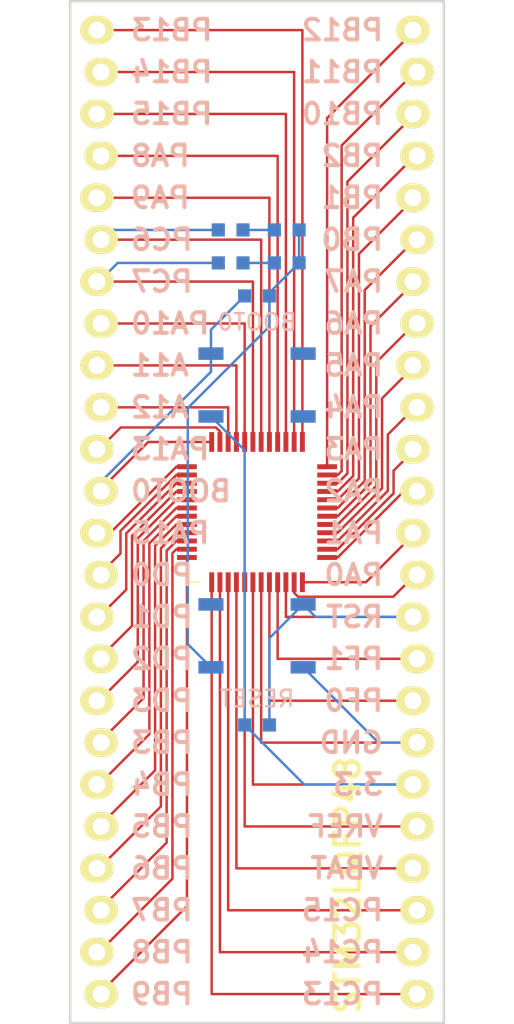
<source format=kicad_pcb>
(kicad_pcb (version 4) (host pcbnew 4.0.7-e2-6376~58~ubuntu16.04.1)

  (general
    (links 0)
    (no_connects 0)
    (area 137.014999 67.314999 168.585001 129.685001)
    (thickness 1.6)
    (drawings 54)
    (tracks 220)
    (zones 0)
    (modules 11)
    (nets 1)
  )

  (page A4)
  (layers
    (0 F.Cu signal)
    (31 B.Cu signal)
    (32 B.Adhes user)
    (33 F.Adhes user)
    (34 B.Paste user)
    (35 F.Paste user)
    (36 B.SilkS user)
    (37 F.SilkS user)
    (38 B.Mask user)
    (39 F.Mask user)
    (40 Dwgs.User user)
    (41 Cmts.User user)
    (42 Eco1.User user)
    (43 Eco2.User user)
    (44 Edge.Cuts user)
    (45 Margin user)
    (46 B.CrtYd user)
    (47 F.CrtYd user)
    (48 B.Fab user)
    (49 F.Fab user)
  )

  (setup
    (last_trace_width 0.15)
    (user_trace_width 0.15)
    (user_trace_width 0.2)
    (trace_clearance 0.2)
    (zone_clearance 0.508)
    (zone_45_only no)
    (trace_min 0.15)
    (segment_width 0.2)
    (edge_width 0.15)
    (via_size 0.6)
    (via_drill 0.4)
    (via_min_size 0.4)
    (via_min_drill 0.3)
    (uvia_size 0.3)
    (uvia_drill 0.1)
    (uvias_allowed no)
    (uvia_min_size 0.2)
    (uvia_min_drill 0.1)
    (pcb_text_width 0.3)
    (pcb_text_size 1.5 1.5)
    (mod_edge_width 0.15)
    (mod_text_size 1 1)
    (mod_text_width 0.15)
    (pad_size 2.032 1.7272)
    (pad_drill 1.016)
    (pad_to_mask_clearance 0.2)
    (aux_axis_origin 0 0)
    (visible_elements FFFFFF7F)
    (pcbplotparams
      (layerselection 0x00030_80000001)
      (usegerberextensions false)
      (excludeedgelayer true)
      (linewidth 0.150000)
      (plotframeref false)
      (viasonmask false)
      (mode 1)
      (useauxorigin false)
      (hpglpennumber 1)
      (hpglpenspeed 20)
      (hpglpendiameter 15)
      (hpglpenoverlay 2)
      (psnegative false)
      (psa4output false)
      (plotreference true)
      (plotvalue true)
      (plotinvisibletext false)
      (padsonsilk false)
      (subtractmaskfromsilk false)
      (outputformat 1)
      (mirror false)
      (drillshape 1)
      (scaleselection 1)
      (outputdirectory ""))
  )

  (net 0 "")

  (net_class Default "This is the default net class."
    (clearance 0.2)
    (trace_width 0.25)
    (via_dia 0.6)
    (via_drill 0.4)
    (uvia_dia 0.3)
    (uvia_drill 0.1)
  )

  (module 00my_modules:LQFP48 (layer F.Cu) (tedit 5C5E63A7) (tstamp 5C5E57CF)
    (at 152.8 98.5)
    (descr LQFP-48)
    (tags "smd lqfp")
    (attr smd)
    (fp_text reference "" (at 0 -4.3) (layer F.SilkS)
      (effects (font (size 1 1) (thickness 0.15)))
    )
    (fp_text value "" (at -1.5 -3) (layer F.Fab)
      (effects (font (size 0.5 0.5) (thickness 0.01)))
    )
    (fp_text user STM32 (at 0 -1) (layer F.Fab)
      (effects (font (size 0.8 0.8) (thickness 0.1)))
    )
    (fp_text user LQFP48 (at 0 1) (layer F.Fab)
      (effects (font (size 0.8 0.8) (thickness 0.1)))
    )
    (fp_line (start -4.25 4.25) (end -3.5 4.25) (layer F.SilkS) (width 0.1))
    (fp_line (start -4.25 4.25) (end -4.25 3.5) (layer F.SilkS) (width 0.1))
    (fp_line (start -12 0) (end 12 0) (layer F.CrtYd) (width 0.01))
    (fp_line (start 0 -12) (end 0 12) (layer F.CrtYd) (width 0.01))
    (fp_line (start -3.65 3.65) (end 3.65 3.65) (layer F.CrtYd) (width 0.01))
    (fp_line (start -4.85 4.85) (end 4.85 4.85) (layer F.CrtYd) (width 0.01))
    (fp_line (start -2.9 -8) (end -2.9 8) (layer F.CrtYd) (width 0.01))
    (fp_line (start 2.9 -8) (end 2.9 8) (layer F.CrtYd) (width 0.01))
    (fp_line (start 3.65 -3.65) (end 3.65 3.65) (layer F.CrtYd) (width 0.01))
    (fp_line (start 4.85 -4.85) (end 4.85 4.85) (layer F.CrtYd) (width 0.01))
    (fp_line (start -8 -2.9) (end 8 -2.9) (layer F.CrtYd) (width 0.01))
    (fp_line (start -8 2.9) (end 8 2.9) (layer F.CrtYd) (width 0.01))
    (fp_line (start -3.65 -3.65) (end 3.65 -3.65) (layer F.CrtYd) (width 0.01))
    (fp_line (start -4.85 -4.85) (end 4.85 -4.85) (layer F.CrtYd) (width 0.01))
    (fp_line (start -3.65 -3.65) (end -3.65 3.65) (layer F.CrtYd) (width 0.01))
    (fp_line (start -4.85 -4.85) (end -4.85 4.85) (layer F.CrtYd) (width 0.01))
    (pad 1 smd rect (at -2.75 4.25) (size 0.3 1.2) (layers F.Cu F.Paste F.Mask))
    (pad 2 smd rect (at -2.25 4.25) (size 0.3 1.2) (layers F.Cu F.Paste F.Mask))
    (pad 3 smd rect (at -1.75 4.25) (size 0.3 1.2) (layers F.Cu F.Paste F.Mask))
    (pad 4 smd rect (at -1.25 4.25) (size 0.3 1.2) (layers F.Cu F.Paste F.Mask))
    (pad 5 smd rect (at -0.75 4.25) (size 0.3 1.2) (layers F.Cu F.Paste F.Mask))
    (pad 6 smd rect (at -0.25 4.25) (size 0.3 1.2) (layers F.Cu F.Paste F.Mask))
    (pad 7 smd rect (at 0.25 4.25) (size 0.3 1.2) (layers F.Cu F.Paste F.Mask))
    (pad 8 smd rect (at 0.75 4.25) (size 0.3 1.2) (layers F.Cu F.Paste F.Mask))
    (pad 9 smd rect (at 1.25 4.25) (size 0.3 1.2) (layers F.Cu F.Paste F.Mask))
    (pad 10 smd rect (at 1.75 4.25) (size 0.3 1.2) (layers F.Cu F.Paste F.Mask))
    (pad 11 smd rect (at 2.25 4.25) (size 0.3 1.2) (layers F.Cu F.Paste F.Mask))
    (pad 12 smd rect (at 2.75 4.25) (size 0.3 1.2) (layers F.Cu F.Paste F.Mask))
    (pad 24 smd rect (at 4.25 -2.75) (size 1.2 0.3) (layers F.Cu F.Paste F.Mask))
    (pad 23 smd rect (at 4.25 -2.25) (size 1.2 0.3) (layers F.Cu F.Paste F.Mask))
    (pad 22 smd rect (at 4.25 -1.75) (size 1.2 0.3) (layers F.Cu F.Paste F.Mask))
    (pad 21 smd rect (at 4.25 -1.25) (size 1.2 0.3) (layers F.Cu F.Paste F.Mask))
    (pad 20 smd rect (at 4.25 -0.75) (size 1.2 0.3) (layers F.Cu F.Paste F.Mask))
    (pad 19 smd rect (at 4.25 -0.25) (size 1.2 0.3) (layers F.Cu F.Paste F.Mask))
    (pad 18 smd rect (at 4.25 0.25) (size 1.2 0.3) (layers F.Cu F.Paste F.Mask))
    (pad 17 smd rect (at 4.25 0.75) (size 1.2 0.3) (layers F.Cu F.Paste F.Mask))
    (pad 16 smd rect (at 4.25 1.25) (size 1.2 0.3) (layers F.Cu F.Paste F.Mask))
    (pad 15 smd rect (at 4.25 1.75) (size 1.2 0.3) (layers F.Cu F.Paste F.Mask))
    (pad 14 smd rect (at 4.25 2.25) (size 1.2 0.3) (layers F.Cu F.Paste F.Mask))
    (pad 13 smd rect (at 4.25 2.75) (size 1.2 0.3) (layers F.Cu F.Paste F.Mask))
    (pad 36 smd rect (at -2.75 -4.25) (size 0.3 1.2) (layers F.Cu F.Paste F.Mask))
    (pad 35 smd rect (at -2.25 -4.25) (size 0.3 1.2) (layers F.Cu F.Paste F.Mask))
    (pad 34 smd rect (at -1.75 -4.25) (size 0.3 1.2) (layers F.Cu F.Paste F.Mask))
    (pad 33 smd rect (at -1.25 -4.25) (size 0.3 1.2) (layers F.Cu F.Paste F.Mask))
    (pad 32 smd rect (at -0.75 -4.25) (size 0.3 1.2) (layers F.Cu F.Paste F.Mask))
    (pad 31 smd rect (at -0.25 -4.25) (size 0.3 1.2) (layers F.Cu F.Paste F.Mask))
    (pad 30 smd rect (at 0.25 -4.25) (size 0.3 1.2) (layers F.Cu F.Paste F.Mask))
    (pad 29 smd rect (at 0.75 -4.25) (size 0.3 1.2) (layers F.Cu F.Paste F.Mask))
    (pad 28 smd rect (at 1.25 -4.25) (size 0.3 1.2) (layers F.Cu F.Paste F.Mask))
    (pad 27 smd rect (at 1.75 -4.25) (size 0.3 1.2) (layers F.Cu F.Paste F.Mask))
    (pad 26 smd rect (at 2.25 -4.25) (size 0.3 1.2) (layers F.Cu F.Paste F.Mask))
    (pad 25 smd rect (at 2.75 -4.25) (size 0.3 1.2) (layers F.Cu F.Paste F.Mask))
    (pad 37 smd rect (at -4.25 -2.75) (size 1.2 0.3) (layers F.Cu F.Paste F.Mask))
    (pad 38 smd rect (at -4.25 -2.25) (size 1.2 0.3) (layers F.Cu F.Paste F.Mask))
    (pad 39 smd rect (at -4.25 -1.75) (size 1.2 0.3) (layers F.Cu F.Paste F.Mask))
    (pad 40 smd rect (at -4.25 -1.25) (size 1.2 0.3) (layers F.Cu F.Paste F.Mask))
    (pad 41 smd rect (at -4.25 -0.75) (size 1.2 0.3) (layers F.Cu F.Paste F.Mask))
    (pad 42 smd rect (at -4.25 -0.25) (size 1.2 0.3) (layers F.Cu F.Paste F.Mask))
    (pad 43 smd rect (at -4.25 0.25) (size 1.2 0.3) (layers F.Cu F.Paste F.Mask))
    (pad 44 smd rect (at -4.25 0.75) (size 1.2 0.3) (layers F.Cu F.Paste F.Mask))
    (pad 45 smd rect (at -4.25 1.25) (size 1.2 0.3) (layers F.Cu F.Paste F.Mask))
    (pad 46 smd rect (at -4.25 1.75) (size 1.2 0.3) (layers F.Cu F.Paste F.Mask))
    (pad 47 smd rect (at -4.25 2.25) (size 1.2 0.3) (layers F.Cu F.Paste F.Mask))
    (pad 48 smd rect (at -4.25 2.75) (size 1.2 0.3) (layers F.Cu F.Paste F.Mask))
  )

  (module 00my_modules:header1x24wiggle (layer F.Cu) (tedit 5C5E649C) (tstamp 5C5E60C7)
    (at 162.38 98.5)
    (descr "Through hole pin header")
    (tags "pin header")
    (fp_text reference "" (at 0 -2.4) (layer F.SilkS)
      (effects (font (size 0.5 0.5) (thickness 0.01)))
    )
    (fp_text value "" (at 0 -3.1) (layer F.Fab)
      (effects (font (size 0.5 0.5) (thickness 0.01)))
    )
    (fp_line (start -1.75 -30.96) (end -1.75 30.96) (layer F.CrtYd) (width 0.05))
    (fp_line (start 1.75 -30.96) (end 1.75 30.96) (layer F.CrtYd) (width 0.05))
    (fp_line (start -1.75 -30.96) (end 1.75 -30.96) (layer F.CrtYd) (width 0.05))
    (fp_line (start -1.75 30.96) (end 1.75 30.96) (layer F.CrtYd) (width 0.05))
    (fp_line (start -6 -30.96) (end 6 -30.96) (layer F.CrtYd) (width 0.01))
    (fp_line (start -6 -29.21) (end 6 -29.21) (layer F.CrtYd) (width 0.01))
    (fp_line (start -6 0) (end 6 0) (layer F.CrtYd) (width 0.01))
    (fp_line (start -6 29.21) (end 6 29.21) (layer F.CrtYd) (width 0.01))
    (fp_line (start -6 30.96) (end 6 30.96) (layer F.CrtYd) (width 0.01))
    (pad 24 thru_hole oval (at -0.127 -29.21) (size 2.032 1.7272) (drill 1.016) (layers *.Cu *.Mask F.SilkS))
    (pad 23 thru_hole oval (at  0.127 -26.67) (size 2.032 1.7272) (drill 1.016) (layers *.Cu *.Mask F.SilkS))
    (pad 22 thru_hole oval (at -0.127 -24.13) (size 2.032 1.7272) (drill 1.016) (layers *.Cu *.Mask F.SilkS))
    (pad 21 thru_hole oval (at  0.127 -21.59) (size 2.032 1.7272) (drill 1.016) (layers *.Cu *.Mask F.SilkS))
    (pad 20 thru_hole oval (at -0.127 -19.05) (size 2.032 1.7272) (drill 1.016) (layers *.Cu *.Mask F.SilkS))
    (pad 19 thru_hole oval (at  0.127 -16.51) (size 2.032 1.7272) (drill 1.016) (layers *.Cu *.Mask F.SilkS))
    (pad 18 thru_hole oval (at -0.127 -13.97) (size 2.032 1.7272) (drill 1.016) (layers *.Cu *.Mask F.SilkS))
    (pad 17 thru_hole oval (at  0.127 -11.43) (size 2.032 1.7272) (drill 1.016) (layers *.Cu *.Mask F.SilkS))
    (pad 16 thru_hole oval (at -0.127 -8.89) (size 2.032 1.7272) (drill 1.016) (layers *.Cu *.Mask F.SilkS))
    (pad 15 thru_hole oval (at  0.127 -6.35) (size 2.032 1.7272) (drill 1.016) (layers *.Cu *.Mask F.SilkS))
    (pad 14 thru_hole oval (at -0.127 -3.81) (size 2.032 1.7272) (drill 1.016) (layers *.Cu *.Mask F.SilkS))
    (pad 13 thru_hole oval (at  0.127 -1.27) (size 2.032 1.7272) (drill 1.016) (layers *.Cu *.Mask F.SilkS))
    (pad 12 thru_hole oval (at -0.127 1.27) (size 2.032 1.7272) (drill 1.016) (layers *.Cu *.Mask F.SilkS))
    (pad 11 thru_hole oval (at  0.127 3.81) (size 2.032 1.7272) (drill 1.016) (layers *.Cu *.Mask F.SilkS))
    (pad 10 thru_hole oval (at -0.127 6.35) (size 2.032 1.7272) (drill 1.016) (layers *.Cu *.Mask F.SilkS))
    (pad  9 thru_hole oval (at  0.127 8.89) (size 2.032 1.7272) (drill 1.016) (layers *.Cu *.Mask F.SilkS))
    (pad  8 thru_hole oval (at -0.127 11.43) (size 2.032 1.7272) (drill 1.016) (layers *.Cu *.Mask F.SilkS))
    (pad  7 thru_hole oval (at  0.127 13.97) (size 2.032 1.7272) (drill 1.016) (layers *.Cu *.Mask F.SilkS))
    (pad  6 thru_hole oval (at -0.127 16.51) (size 2.032 1.7272) (drill 1.016) (layers *.Cu *.Mask F.SilkS))
    (pad  5 thru_hole oval (at  0.127 19.05) (size 2.032 1.7272) (drill 1.016) (layers *.Cu *.Mask F.SilkS))
    (pad  4 thru_hole oval (at -0.127 21.59) (size 2.032 1.7272) (drill 1.016) (layers *.Cu *.Mask F.SilkS))
    (pad  3 thru_hole oval (at  0.127 24.13) (size 2.032 1.7272) (drill 1.016) (layers *.Cu *.Mask F.SilkS))
    (pad  2 thru_hole oval (at -0.127 26.67) (size 2.032 1.7272) (drill 1.016) (layers *.Cu *.Mask F.SilkS))
    (pad  1 thru_hole oval (at  0.127 29.21) (size 2.032 1.7272) (drill 1.016) (layers *.Cu *.Mask F.SilkS))
  )

  (module 00my_modules:header1x24wiggle (layer F.Cu) (tedit 5C5E64BA) (tstamp 5C5E61D1)
    (at 143.22 98.5)
    (descr "Through hole pin header")
    (tags "pin header")
    (fp_text reference "" (at 0 -2.4) (layer F.SilkS)
      (effects (font (size 0.5 0.5) (thickness 0.01)))
    )
    (fp_text value "" (at 0 -3.1) (layer F.Fab)
      (effects (font (size 0.5 0.5) (thickness 0.01)))
    )
    (fp_line (start -1.75 -30.96) (end -1.75 30.96) (layer F.CrtYd) (width 0.05))
    (fp_line (start 1.75 -30.96) (end 1.75 30.96) (layer F.CrtYd) (width 0.05))
    (fp_line (start -1.75 -30.96) (end 1.75 -30.96) (layer F.CrtYd) (width 0.05))
    (fp_line (start -1.75 30.96) (end 1.75 30.96) (layer F.CrtYd) (width 0.05))
    (fp_line (start -6 -30.96) (end 6 -30.96) (layer F.CrtYd) (width 0.01))
    (fp_line (start -6 -29.21) (end 6 -29.21) (layer F.CrtYd) (width 0.01))
    (fp_line (start -6 0) (end 6 0) (layer F.CrtYd) (width 0.01))
    (fp_line (start -6 29.21) (end 6 29.21) (layer F.CrtYd) (width 0.01))
    (fp_line (start -6 30.96) (end 6 30.96) (layer F.CrtYd) (width 0.01))
    (pad 25 thru_hole oval (at -0.127 -29.21) (size 2.032 1.7272) (drill 1.016) (layers *.Cu *.Mask F.SilkS))
    (pad 26 thru_hole oval (at  0.127 -26.67) (size 2.032 1.7272) (drill 1.016) (layers *.Cu *.Mask F.SilkS))
    (pad 27 thru_hole oval (at -0.127 -24.13) (size 2.032 1.7272) (drill 1.016) (layers *.Cu *.Mask F.SilkS))
    (pad 28 thru_hole oval (at  0.127 -21.59) (size 2.032 1.7272) (drill 1.016) (layers *.Cu *.Mask F.SilkS))
    (pad 29 thru_hole oval (at -0.127 -19.05) (size 2.032 1.7272) (drill 1.016) (layers *.Cu *.Mask F.SilkS))
    (pad 30 thru_hole oval (at  0.127 -16.51) (size 2.032 1.7272) (drill 1.016) (layers *.Cu *.Mask F.SilkS))
    (pad 31 thru_hole oval (at -0.127 -13.97) (size 2.032 1.7272) (drill 1.016) (layers *.Cu *.Mask F.SilkS))
    (pad 32 thru_hole oval (at  0.127 -11.43) (size 2.032 1.7272) (drill 1.016) (layers *.Cu *.Mask F.SilkS))
    (pad 33 thru_hole oval (at -0.127 -8.89) (size 2.032 1.7272) (drill 1.016) (layers *.Cu *.Mask F.SilkS))
    (pad 34 thru_hole oval (at  0.127 -6.35) (size 2.032 1.7272) (drill 1.016) (layers *.Cu *.Mask F.SilkS))
    (pad 35 thru_hole oval (at -0.127 -3.81) (size 2.032 1.7272) (drill 1.016) (layers *.Cu *.Mask F.SilkS))
    (pad 36 thru_hole oval (at  0.127 -1.27) (size 2.032 1.7272) (drill 1.016) (layers *.Cu *.Mask F.SilkS))
    (pad 37 thru_hole oval (at -0.127 1.27) (size 2.032 1.7272) (drill 1.016) (layers *.Cu *.Mask F.SilkS))
    (pad 38 thru_hole oval (at  0.127 3.81) (size 2.032 1.7272) (drill 1.016) (layers *.Cu *.Mask F.SilkS))
    (pad 39 thru_hole oval (at -0.127 6.35) (size 2.032 1.7272) (drill 1.016) (layers *.Cu *.Mask F.SilkS))
    (pad 40 thru_hole oval (at  0.127 8.89) (size 2.032 1.7272) (drill 1.016) (layers *.Cu *.Mask F.SilkS))
    (pad 41 thru_hole oval (at -0.127 11.43) (size 2.032 1.7272) (drill 1.016) (layers *.Cu *.Mask F.SilkS))
    (pad 42 thru_hole oval (at  0.127 13.97) (size 2.032 1.7272) (drill 1.016) (layers *.Cu *.Mask F.SilkS))
    (pad 43 thru_hole oval (at -0.127 16.51) (size 2.032 1.7272) (drill 1.016) (layers *.Cu *.Mask F.SilkS))
    (pad 44 thru_hole oval (at  0.127 19.05) (size 2.032 1.7272) (drill 1.016) (layers *.Cu *.Mask F.SilkS))
    (pad 45 thru_hole oval (at -0.127 21.59) (size 2.032 1.7272) (drill 1.016) (layers *.Cu *.Mask F.SilkS))
    (pad 46 thru_hole oval (at  0.127 24.13) (size 2.032 1.7272) (drill 1.016) (layers *.Cu *.Mask F.SilkS))
    (pad 47 thru_hole oval (at -0.127 26.67) (size 2.032 1.7272) (drill 1.016) (layers *.Cu *.Mask F.SilkS))
    (pad 48 thru_hole oval (at  0.127 29.21) (size 2.032 1.7272) (drill 1.016) (layers *.Cu *.Mask F.SilkS))
  )

  (module 00my_modules:BUTTON4_SMD (layer B.Cu) (tedit 5C5E5E4D) (tstamp 5C5E7B97)
    (at 152.8 106)
    (descr button4_smd)
    (tags "SPST button tactile switch")
    (fp_text reference RESET (at 0 3.81) (layer B.SilkS)
      (effects (font (size 1 1) (thickness 0.15)) (justify mirror))
    )
    (fp_text value "" (at 0 -3.81) (layer B.Fab)
      (effects (font (size 1 1) (thickness 0.15)) (justify mirror))
    )
    (fp_line (start -1.54 2.54) (end -2.54 1.54) (layer B.Fab) (width 0.2032))
    (fp_line (start -2.54 1.24) (end -2.54 -1.27) (layer B.Fab) (width 0.2032))
    (fp_line (start -2.54 -1.54) (end -1.54 -2.54) (layer B.Fab) (width 0.2032))
    (fp_line (start -1.54 -2.54) (end 1.54 -2.54) (layer B.Fab) (width 0.2032))
    (fp_line (start 1.54 -2.54) (end 2.54 -1.54) (layer B.Fab) (width 0.2032))
    (fp_line (start 2.54 -1.24) (end 2.54 1.24) (layer B.Fab) (width 0.2032))
    (fp_line (start 2.54 1.54) (end 1.54 2.54) (layer B.Fab) (width 0.2032))
    (fp_line (start 1.54 2.54) (end -1.54 2.54) (layer B.Fab) (width 0.2032))
    (fp_line (start 1.905 -1.27) (end 1.905 -0.445) (layer B.Fab) (width 0.127))
    (fp_line (start 1.905 -0.445) (end 2.16 0.01) (layer B.Fab) (width 0.127))
    (fp_line (start 1.905 0.23) (end 1.905 1.115) (layer B.Fab) (width 0.127))
    (fp_circle (center 0 0) (end 0 -1.27) (layer B.Fab) (width 0.2032))
    (pad 1 smd rect (at -2.794 -1.905) (size 1.524 0.762) (layers B.Cu B.Paste B.Mask))
    (pad 2 smd rect (at 2.794 -1.905) (size 1.524 0.762) (layers B.Cu B.Paste B.Mask))
    (pad 3 smd rect (at -2.794 1.905) (size 1.524 0.762) (layers B.Cu B.Paste B.Mask))
    (pad 4 smd rect (at 2.794 1.905) (size 1.524 0.762) (layers B.Cu B.Paste B.Mask))
  )

  (module 00my_modules:BUTTON4_SMD (layer B.Cu) (tedit 5C5E5E3C) (tstamp 5C5E7BBE)
    (at 152.8 90.8 180)
    (descr button4_smd)
    (tags "SPST button tactile switch")
    (fp_text reference BOOT0 (at 0 3.81 180) (layer B.SilkS)
      (effects (font (size 1 1) (thickness 0.15)) (justify mirror))
    )
    (fp_text value "" (at 0 -3.81 180) (layer B.Fab)
      (effects (font (size 1 1) (thickness 0.15)) (justify mirror))
    )
    (fp_line (start -1.54 2.54) (end -2.54 1.54) (layer B.Fab) (width 0.2032))
    (fp_line (start -2.54 1.24) (end -2.54 -1.27) (layer B.Fab) (width 0.2032))
    (fp_line (start -2.54 -1.54) (end -1.54 -2.54) (layer B.Fab) (width 0.2032))
    (fp_line (start -1.54 -2.54) (end 1.54 -2.54) (layer B.Fab) (width 0.2032))
    (fp_line (start 1.54 -2.54) (end 2.54 -1.54) (layer B.Fab) (width 0.2032))
    (fp_line (start 2.54 -1.24) (end 2.54 1.24) (layer B.Fab) (width 0.2032))
    (fp_line (start 2.54 1.54) (end 1.54 2.54) (layer B.Fab) (width 0.2032))
    (fp_line (start 1.54 2.54) (end -1.54 2.54) (layer B.Fab) (width 0.2032))
    (fp_line (start 1.905 -1.27) (end 1.905 -0.445) (layer B.Fab) (width 0.127))
    (fp_line (start 1.905 -0.445) (end 2.16 0.01) (layer B.Fab) (width 0.127))
    (fp_line (start 1.905 0.23) (end 1.905 1.115) (layer B.Fab) (width 0.127))
    (fp_circle (center 0 0) (end 0 -1.27) (layer B.Fab) (width 0.2032))
    (pad 1 smd rect (at -2.794 -1.905 180) (size 1.524 0.762) (layers B.Cu B.Paste B.Mask))
    (pad 2 smd rect (at 2.794 -1.905 180) (size 1.524 0.762) (layers B.Cu B.Paste B.Mask))
    (pad 3 smd rect (at -2.794 1.905 180) (size 1.524 0.762) (layers B.Cu B.Paste B.Mask))
    (pad 4 smd rect (at 2.794 1.905 180) (size 1.524 0.762) (layers B.Cu B.Paste B.Mask))
  )

  (module 00my_modules:R_0603 (layer B.Cu) (tedit 5415CC62) (tstamp 5C5E822C)
    (at 152.8 111.4)
    (descr R0603)
    (tags "resistor capacitor led 0603")
    (attr smd)
    (fp_text reference "" (at 0 0) (layer B.SilkS)
      (effects (font (size 0.5 0.5) (thickness 0.1)) (justify mirror))
    )
    (fp_text value R (at 0 0) (layer B.Fab)
      (effects (font (size 0.5 0.5) (thickness 0.01)) (justify mirror))
    )
    (fp_line (start -1.2 0.45) (end 1.2 0.45) (layer B.CrtYd) (width 0.01))
    (fp_line (start -1.2 -0.45) (end 1.2 -0.45) (layer B.CrtYd) (width 0.01))
    (fp_line (start -1.2 0.45) (end -1.2 -0.45) (layer B.CrtYd) (width 0.01))
    (fp_line (start 1.2 0.45) (end 1.2 -0.45) (layer B.CrtYd) (width 0.01))
    (pad 1 smd rect (at -0.75 0) (size 0.8 0.8) (layers B.Cu B.Paste B.Mask))
    (pad 2 smd rect (at 0.75 0) (size 0.8 0.8) (layers B.Cu B.Paste B.Mask))
  )

  (module 00my_modules:R_0603 (layer B.Cu) (tedit 5415CC62) (tstamp 5C5E8257)
    (at 152.8 85.4)
    (descr R0603)
    (tags "resistor capacitor led 0603")
    (attr smd)
    (fp_text reference "" (at 0 0) (layer B.SilkS)
      (effects (font (size 0.5 0.5) (thickness 0.1)) (justify mirror))
    )
    (fp_text value R (at 0 0) (layer B.Fab)
      (effects (font (size 0.5 0.5) (thickness 0.01)) (justify mirror))
    )
    (fp_line (start -1.2 0.45) (end 1.2 0.45) (layer B.CrtYd) (width 0.01))
    (fp_line (start -1.2 -0.45) (end 1.2 -0.45) (layer B.CrtYd) (width 0.01))
    (fp_line (start -1.2 0.45) (end -1.2 -0.45) (layer B.CrtYd) (width 0.01))
    (fp_line (start 1.2 0.45) (end 1.2 -0.45) (layer B.CrtYd) (width 0.01))
    (pad 1 smd rect (at -0.75 0) (size 0.8 0.8) (layers B.Cu B.Paste B.Mask))
    (pad 2 smd rect (at 0.75 0) (size 0.8 0.8) (layers B.Cu B.Paste B.Mask))
  )

  (module 00my_modules:R_0603 (layer B.Cu) (tedit 5415CC62) (tstamp 5C5E82C0)
    (at 151.2 83.4)
    (descr R0603)
    (tags "resistor capacitor led 0603")
    (attr smd)
    (fp_text reference "" (at 0 0) (layer B.SilkS)
      (effects (font (size 0.5 0.5) (thickness 0.1)) (justify mirror))
    )
    (fp_text value R (at 0 0) (layer B.Fab)
      (effects (font (size 0.5 0.5) (thickness 0.01)) (justify mirror))
    )
    (fp_line (start -1.2 0.45) (end 1.2 0.45) (layer B.CrtYd) (width 0.01))
    (fp_line (start -1.2 -0.45) (end 1.2 -0.45) (layer B.CrtYd) (width 0.01))
    (fp_line (start -1.2 0.45) (end -1.2 -0.45) (layer B.CrtYd) (width 0.01))
    (fp_line (start 1.2 0.45) (end 1.2 -0.45) (layer B.CrtYd) (width 0.01))
    (pad 1 smd rect (at -0.75 0) (size 0.8 0.8) (layers B.Cu B.Paste B.Mask))
    (pad 2 smd rect (at 0.75 0) (size 0.8 0.8) (layers B.Cu B.Paste B.Mask))
  )

  (module 00my_modules:R_0603 (layer B.Cu) (tedit 5415CC62) (tstamp 5C5E82D3)
    (at 151.2 81.4)
    (descr R0603)
    (tags "resistor capacitor led 0603")
    (attr smd)
    (fp_text reference "" (at 0 0) (layer B.SilkS)
      (effects (font (size 0.5 0.5) (thickness 0.1)) (justify mirror))
    )
    (fp_text value R (at 0 0) (layer B.Fab)
      (effects (font (size 0.5 0.5) (thickness 0.01)) (justify mirror))
    )
    (fp_line (start -1.2 0.45) (end 1.2 0.45) (layer B.CrtYd) (width 0.01))
    (fp_line (start -1.2 -0.45) (end 1.2 -0.45) (layer B.CrtYd) (width 0.01))
    (fp_line (start -1.2 0.45) (end -1.2 -0.45) (layer B.CrtYd) (width 0.01))
    (fp_line (start 1.2 0.45) (end 1.2 -0.45) (layer B.CrtYd) (width 0.01))
    (pad 1 smd rect (at -0.75 0) (size 0.8 0.8) (layers B.Cu B.Paste B.Mask))
    (pad 2 smd rect (at 0.75 0) (size 0.8 0.8) (layers B.Cu B.Paste B.Mask))
  )

  (module 00my_modules:R_0603 (layer B.Cu) (tedit 5415CC62) (tstamp 5C5E82E6)
    (at 154.6 83.4)
    (descr R0603)
    (tags "resistor capacitor led 0603")
    (attr smd)
    (fp_text reference "" (at 0 0) (layer B.SilkS)
      (effects (font (size 0.5 0.5) (thickness 0.1)) (justify mirror))
    )
    (fp_text value R (at 0 0) (layer B.Fab)
      (effects (font (size 0.5 0.5) (thickness 0.01)) (justify mirror))
    )
    (fp_line (start -1.2 0.45) (end 1.2 0.45) (layer B.CrtYd) (width 0.01))
    (fp_line (start -1.2 -0.45) (end 1.2 -0.45) (layer B.CrtYd) (width 0.01))
    (fp_line (start -1.2 0.45) (end -1.2 -0.45) (layer B.CrtYd) (width 0.01))
    (fp_line (start 1.2 0.45) (end 1.2 -0.45) (layer B.CrtYd) (width 0.01))
    (pad 1 smd rect (at -0.75 0) (size 0.8 0.8) (layers B.Cu B.Paste B.Mask))
    (pad 2 smd rect (at 0.75 0) (size 0.8 0.8) (layers B.Cu B.Paste B.Mask))
  )

  (module 00my_modules:R_0603 (layer B.Cu) (tedit 5415CC62) (tstamp 5C5E82F9)
    (at 154.6 81.4)
    (descr R0603)
    (tags "resistor capacitor led 0603")
    (attr smd)
    (fp_text reference "" (at 0 0) (layer B.SilkS)
      (effects (font (size 0.5 0.5) (thickness 0.1)) (justify mirror))
    )
    (fp_text value R (at 0 0) (layer B.Fab)
      (effects (font (size 0.5 0.5) (thickness 0.01)) (justify mirror))
    )
    (fp_line (start -1.2 0.45) (end 1.2 0.45) (layer B.CrtYd) (width 0.01))
    (fp_line (start -1.2 -0.45) (end 1.2 -0.45) (layer B.CrtYd) (width 0.01))
    (fp_line (start -1.2 0.45) (end -1.2 -0.45) (layer B.CrtYd) (width 0.01))
    (fp_line (start 1.2 0.45) (end 1.2 -0.45) (layer B.CrtYd) (width 0.01))
    (pad 1 smd rect (at -0.75 0) (size 0.8 0.8) (layers B.Cu B.Paste B.Mask))
    (pad 2 smd rect (at 0.75 0) (size 0.8 0.8) (layers B.Cu B.Paste B.Mask))
  )

  (gr_text STM32LQFP48 (at 158.3 121.125 90) (layer F.SilkS)
    (effects (font (size 1.5 1.5) (thickness 0.3)))
  )
  (gr_text PC13 (at 160.58 127.71) (layer B.SilkS)
    (effects (font (size 1.25 1.25) (thickness 0.25)) (justify left mirror))
  )
  (gr_text PC14 (at 160.58 125.17) (layer B.SilkS)
    (effects (font (size 1.25 1.25) (thickness 0.25)) (justify left mirror))
  )
  (gr_text PC15 (at 160.58 122.63) (layer B.SilkS)
    (effects (font (size 1.25 1.25) (thickness 0.25)) (justify left mirror))
  )
  (gr_text VBAT (at 160.58 120.09) (layer B.SilkS)
    (effects (font (size 1.25 1.25) (thickness 0.25)) (justify left mirror))
  )
  (gr_text VREF (at 160.58 117.55) (layer B.SilkS)
    (effects (font (size 1.25 1.25) (thickness 0.25)) (justify left mirror))
  )
  (gr_text 3.3 (at 160.58 115.01) (layer B.SilkS)
    (effects (font (size 1.25 1.25) (thickness 0.25)) (justify left mirror))
  )
  (gr_text GND (at 160.58 112.47) (layer B.SilkS)
    (effects (font (size 1.25 1.25) (thickness 0.25)) (justify left mirror))
  )
  (gr_text PF0 (at 160.58 109.93) (layer B.SilkS)
    (effects (font (size 1.25 1.25) (thickness 0.25)) (justify left mirror))
  )
  (gr_text PF1 (at 160.58 107.39) (layer B.SilkS)
    (effects (font (size 1.25 1.25) (thickness 0.25)) (justify left mirror))
  )
  (gr_text RST (at 160.58 104.85) (layer B.SilkS)
    (effects (font (size 1.25 1.25) (thickness 0.25)) (justify left mirror))
  )
  (gr_text PA0 (at 160.58 102.31) (layer B.SilkS)
    (effects (font (size 1.25 1.25) (thickness 0.25)) (justify left mirror))
  )
  (gr_text PA1 (at 160.58 99.77) (layer B.SilkS)
    (effects (font (size 1.25 1.25) (thickness 0.25)) (justify left mirror))
  )
  (gr_text PA2 (at 160.58 97.23) (layer B.SilkS)
    (effects (font (size 1.25 1.25) (thickness 0.25)) (justify left mirror))
  )
  (gr_text PA3 (at 160.58 94.69) (layer B.SilkS)
    (effects (font (size 1.25 1.25) (thickness 0.25)) (justify left mirror))
  )
  (gr_text PA4 (at 160.58 92.15) (layer B.SilkS)
    (effects (font (size 1.25 1.25) (thickness 0.25)) (justify left mirror))
  )
  (gr_text PA5 (at 160.58 89.61) (layer B.SilkS)
    (effects (font (size 1.25 1.25) (thickness 0.25)) (justify left mirror))
  )
  (gr_text PA6 (at 160.58 87.07) (layer B.SilkS)
    (effects (font (size 1.25 1.25) (thickness 0.25)) (justify left mirror))
  )
  (gr_text PA7 (at 160.58 84.53) (layer B.SilkS)
    (effects (font (size 1.25 1.25) (thickness 0.25)) (justify left mirror))
  )
  (gr_text PB0 (at 160.58 81.99) (layer B.SilkS)
    (effects (font (size 1.25 1.25) (thickness 0.25)) (justify left mirror))
  )
  (gr_text PB1 (at 160.58 79.45) (layer B.SilkS)
    (effects (font (size 1.25 1.25) (thickness 0.25)) (justify left mirror))
  )
  (gr_text PB2 (at 160.58 76.91) (layer B.SilkS)
    (effects (font (size 1.25 1.25) (thickness 0.25)) (justify left mirror))
  )
  (gr_text PB10 (at 160.58 74.37) (layer B.SilkS)
    (effects (font (size 1.25 1.25) (thickness 0.25)) (justify left mirror))
  )
  (gr_text PB11 (at 160.58 71.83) (layer B.SilkS)
    (effects (font (size 1.25 1.25) (thickness 0.25)) (justify left mirror))
  )
  (gr_text PB12 (at 160.58 69.29) (layer B.SilkS)
    (effects (font (size 1.25 1.25) (thickness 0.25)) (justify left mirror))
  )
  (gr_text PB13 (at 145.02 69.29) (layer B.SilkS)
    (effects (font (size 1.25 1.25) (thickness 0.25)) (justify right mirror))
  )
  (gr_text PB14 (at 145.02 71.83) (layer B.SilkS)
    (effects (font (size 1.25 1.25) (thickness 0.25)) (justify right mirror))
  )
  (gr_text PB15 (at 145.02 74.37) (layer B.SilkS)
    (effects (font (size 1.25 1.25) (thickness 0.25)) (justify right mirror))
  )
  (gr_text PA8 (at 145.02 76.91) (layer B.SilkS)
    (effects (font (size 1.25 1.25) (thickness 0.25)) (justify right mirror))
  )
  (gr_text PA9 (at 145.02 79.45) (layer B.SilkS)
    (effects (font (size 1.25 1.25) (thickness 0.25)) (justify right mirror))
  )
  (gr_text PC6 (at 145.02 81.99) (layer B.SilkS)
    (effects (font (size 1.25 1.25) (thickness 0.25)) (justify right mirror))
  )
  (gr_text PC7 (at 145.02 84.53) (layer B.SilkS)
    (effects (font (size 1.25 1.25) (thickness 0.25)) (justify right mirror))
  )
  (gr_text PA10 (at 145.02 87.07) (layer B.SilkS)
    (effects (font (size 1.25 1.25) (thickness 0.25)) (justify right mirror))
  )
  (gr_text A11 (at 145.02 89.61) (layer B.SilkS)
    (effects (font (size 1.25 1.25) (thickness 0.25)) (justify right mirror))
  )
  (gr_text A12 (at 145.02 92.15) (layer B.SilkS)
    (effects (font (size 1.25 1.25) (thickness 0.25)) (justify right mirror))
  )
  (gr_text PA13 (at 145.02 94.69) (layer B.SilkS)
    (effects (font (size 1.25 1.25) (thickness 0.25)) (justify right mirror))
  )
  (gr_text BOOT0 (at 145.02 97.23) (layer B.SilkS)
    (effects (font (size 1.25 1.25) (thickness 0.25)) (justify right mirror))
  )
  (gr_text PA15 (at 145.02 99.77) (layer B.SilkS)
    (effects (font (size 1.25 1.25) (thickness 0.25)) (justify right mirror))
  )
  (gr_text PD0 (at 145.02 102.31) (layer B.SilkS)
    (effects (font (size 1.25 1.25) (thickness 0.25)) (justify right mirror))
  )
  (gr_text PD1 (at 145.02 104.85) (layer B.SilkS)
    (effects (font (size 1.25 1.25) (thickness 0.25)) (justify right mirror))
  )
  (gr_text PD2 (at 145.02 107.39) (layer B.SilkS)
    (effects (font (size 1.25 1.25) (thickness 0.25)) (justify right mirror))
  )
  (gr_text PD3 (at 145.02 109.93) (layer B.SilkS)
    (effects (font (size 1.25 1.25) (thickness 0.25)) (justify right mirror))
  )
  (gr_text PB3 (at 145.02 112.47) (layer B.SilkS)
    (effects (font (size 1.25 1.25) (thickness 0.25)) (justify right mirror))
  )
  (gr_text PB4 (at 145.02 115.01) (layer B.SilkS)
    (effects (font (size 1.25 1.25) (thickness 0.25)) (justify right mirror))
  )
  (gr_text PB5 (at 145.02 117.55) (layer B.SilkS)
    (effects (font (size 1.25 1.25) (thickness 0.25)) (justify right mirror))
  )
  (gr_text PB6 (at 145.02 120.09) (layer B.SilkS)
    (effects (font (size 1.25 1.25) (thickness 0.25)) (justify right mirror))
  )
  (gr_text PB7 (at 145.02 122.63) (layer B.SilkS)
    (effects (font (size 1.25 1.25) (thickness 0.25)) (justify right mirror))
  )
  (gr_text PB8 (at 145.02 125.17) (layer B.SilkS)
    (effects (font (size 1.25 1.25) (thickness 0.25)) (justify right mirror))
  )
  (gr_text PB9 (at 145.02 127.71) (layer B.SilkS)
    (effects (font (size 1.25 1.25) (thickness 0.25)) (justify right mirror))
  )
  (gr_line (start 164.13 129.46) (end 164.12 129.46) (angle 90) (layer Edge.Cuts) (width 0.15))
  (gr_line (start 164.13 67.54) (end 164.13 129.46) (angle 90) (layer Edge.Cuts) (width 0.15))
  (gr_line (start 141.47 67.54) (end 164.13 67.54) (angle 90) (layer Edge.Cuts) (width 0.15))
  (gr_line (start 141.47 129.46) (end 141.47 67.54) (angle 90) (layer Edge.Cuts) (width 0.15))
  (gr_line (start 164.13 129.46) (end 141.47 129.46) (angle 90) (layer Edge.Cuts) (width 0.15))

  (segment (start 162.38 115.01) (end 155.66 115.01) (width 0.15) (layer B.Cu) (net 0) (status 400000))
  (segment (start 155.66 115.01) (end 152.05 111.4) (width 0.15) (layer B.Cu) (net 0) (tstamp 5C5E6C52) (status 800000))
  (segment (start 162.38 112.47) (end 160.159 112.47) (width 0.15) (layer B.Cu) (net 0) (status 400000))
  (segment (start 160.159 112.47) (end 155.594 107.905) (width 0.15) (layer B.Cu) (net 0) (tstamp 5C5E6C4A) (status 800000))
  (segment (start 150.45 81.4) (end 143.81 81.4) (width 0.15) (layer B.Cu) (net 0))
  (segment (start 143.81 81.4) (end 143.22 81.99) (width 0.15) (layer B.Cu) (net 0) (tstamp 5C5E8310))
  (segment (start 150.45 83.4) (end 144.35 83.4) (width 0.15) (layer B.Cu) (net 0))
  (segment (start 144.35 83.4) (end 143.22 84.53) (width 0.15) (layer B.Cu) (net 0) (tstamp 5C5E830D))
  (segment (start 155.35 81.4) (end 155.35 83.4) (width 0.15) (layer B.Cu) (net 0))
  (segment (start 155.35 83.4) (end 153.55 85.2) (width 0.15) (layer B.Cu) (net 0) (tstamp 5C5E8307))
  (segment (start 153.55 85.2) (end 153.55 85.4) (width 0.15) (layer B.Cu) (net 0) (tstamp 5C5E8308))
  (segment (start 151.95 81.4) (end 153.85 81.4) (width 0.15) (layer B.Cu) (net 0))
  (segment (start 151.95 83.4) (end 153.85 83.4) (width 0.15) (layer B.Cu) (net 0))
  (segment (start 153.55 85.4) (end 153.55 87.25) (width 0.15) (layer B.Cu) (net 0))
  (segment (start 148.6 106.499) (end 150.006 107.905) (width 0.15) (layer B.Cu) (net 0) (tstamp 5C5E8268))
  (segment (start 148.6 92.2) (end 148.6 106.499) (width 0.15) (layer B.Cu) (net 0) (tstamp 5C5E8266))
  (segment (start 153.55 87.25) (end 148.6 92.2) (width 0.15) (layer B.Cu) (net 0) (tstamp 5C5E8264))
  (segment (start 150.006 88.895) (end 150.006 87.444) (width 0.15) (layer B.Cu) (net 0))
  (segment (start 150.006 87.444) (end 152.05 85.4) (width 0.15) (layer B.Cu) (net 0) (tstamp 5C5E8261))
  (segment (start 152.05 111.4) (end 152.05 94.749) (width 0.15) (layer B.Cu) (net 0))
  (segment (start 152.05 94.749) (end 150.006 92.705) (width 0.15) (layer B.Cu) (net 0) (tstamp 5C5E824B))
  (segment (start 153.55 111.4) (end 153.55 106.139) (width 0.15) (layer B.Cu) (net 0))
  (segment (start 153.55 106.139) (end 155.594 104.095) (width 0.15) (layer B.Cu) (net 0) (tstamp 5C5E8244))
  (segment (start 143.22 97.23) (end 143.22 96.78) (width 0.15) (layer B.Cu) (net 0))
  (segment (start 143.22 96.78) (end 150.006 89.994) (width 0.15) (layer B.Cu) (net 0) (tstamp 5C5E823D))
  (segment (start 150.006 89.994) (end 150.006 88.895) (width 0.15) (layer B.Cu) (net 0) (tstamp 5C5E823E))
  (segment (start 162.38 104.85) (end 156.349 104.85) (width 0.15) (layer B.Cu) (net 0))
  (segment (start 156.349 104.85) (end 155.594 104.095) (width 0.15) (layer B.Cu) (net 0) (tstamp 5C5E7C20))
  (segment (start 155.55 94.25) (end 155.55 69.29) (width 0.15) (layer F.Cu) (net 0))
  (segment (start 155.2 69.29) (end 143.22 69.29) (width 0.15) (layer F.Cu) (net 0))
  (segment (start 155.55 69.29) (end 155.2 69.29) (width 0.15) (layer F.Cu) (net 0) (tstamp 5C5E626F))
  (segment (start 155.05 94.25) (end 155.05 71.83) (width 0.15) (layer F.Cu) (net 0))
  (segment (start 154.63 71.83) (end 143.22 71.83) (width 0.15) (layer F.Cu) (net 0))
  (segment (start 155.05 71.83) (end 154.63 71.83) (width 0.15) (layer F.Cu) (net 0) (tstamp 5C5E626A))
  (segment (start 154.55 94.25) (end 154.55 74.37) (width 0.15) (layer F.Cu) (net 0))
  (segment (start 154.3 74.37) (end 143.22 74.37) (width 0.15) (layer F.Cu) (net 0))
  (segment (start 154.55 74.37) (end 154.3 74.37) (width 0.15) (layer F.Cu) (net 0) (tstamp 5C5E6265))
  (segment (start 154.05 94.25) (end 154.05 76.91) (width 0.15) (layer F.Cu) (net 0))
  (segment (start 153.73 76.91) (end 143.22 76.91) (width 0.15) (layer F.Cu) (net 0))
  (segment (start 154.05 76.91) (end 153.73 76.91) (width 0.15) (layer F.Cu) (net 0) (tstamp 5C5E6260))
  (segment (start 153.55 94.25) (end 153.55 79.45) (width 0.15) (layer F.Cu) (net 0))
  (segment (start 153.16 79.45) (end 143.22 79.45) (width 0.15) (layer F.Cu) (net 0))
  (segment (start 153.55 79.45) (end 153.16 79.45) (width 0.15) (layer F.Cu) (net 0) (tstamp 5C5E625B))
  (segment (start 153.05 94.25) (end 153.05 81.99) (width 0.15) (layer F.Cu) (net 0))
  (segment (start 152.79 81.99) (end 143.22 81.99) (width 0.15) (layer F.Cu) (net 0))
  (segment (start 153.05 81.99) (end 152.79 81.99) (width 0.15) (layer F.Cu) (net 0) (tstamp 5C5E6256))
  (segment (start 152.55 94.25) (end 152.55 84.53) (width 0.15) (layer F.Cu) (net 0))
  (segment (start 152.18 84.53) (end 143.22 84.53) (width 0.15) (layer F.Cu) (net 0))
  (segment (start 152.55 84.53) (end 152.18 84.53) (width 0.15) (layer F.Cu) (net 0) (tstamp 5C5E624E))
  (segment (start 152.05 94.25) (end 152.05 87.07) (width 0.15) (layer F.Cu) (net 0))
  (segment (start 151.7 87.07) (end 143.22 87.07) (width 0.15) (layer F.Cu) (net 0))
  (segment (start 152.05 87.07) (end 151.7 87.07) (width 0.15) (layer F.Cu) (net 0) (tstamp 5C5E6249))
  (segment (start 151.55 94.25) (end 151.55 89.61) (width 0.15) (layer F.Cu) (net 0))
  (segment (start 151.22 89.61) (end 143.22 89.61) (width 0.15) (layer F.Cu) (net 0))
  (segment (start 151.55 89.61) (end 151.22 89.61) (width 0.15) (layer F.Cu) (net 0) (tstamp 5C5E6244))
  (segment (start 151.05 94.25) (end 151.05 92.15) (width 0.15) (layer F.Cu) (net 0))
  (segment (start 150.75 92.15) (end 143.22 92.15) (width 0.15) (layer F.Cu) (net 0))
  (segment (start 151.05 92.15) (end 150.75 92.15) (width 0.15) (layer F.Cu) (net 0) (tstamp 5C5E623F))
  (segment (start 150.55 94.25) (end 150.55 93.61) (width 0.15) (layer F.Cu) (net 0))
  (segment (start 144.54 93.37) (end 143.22 94.69) (width 0.15) (layer F.Cu) (net 0) (tstamp 5C5E623A))
  (segment (start 150.31 93.37) (end 144.54 93.37) (width 0.15) (layer F.Cu) (net 0) (tstamp 5C5E6239))
  (segment (start 150.55 93.61) (end 150.31 93.37) (width 0.15) (layer F.Cu) (net 0) (tstamp 5C5E6238))
  (segment (start 150.05 94.25) (end 146.2 94.25) (width 0.15) (layer F.Cu) (net 0))
  (segment (start 146.2 94.25) (end 143.22 97.23) (width 0.15) (layer F.Cu) (net 0) (tstamp 5C5E6234))
  (segment (start 148.55 101.25) (end 148.55 122.38) (width 0.15) (layer F.Cu) (net 0))
  (segment (start 148.55 122.38) (end 143.22 127.71) (width 0.15) (layer F.Cu) (net 0) (tstamp 5C5E6230))
  (segment (start 147.67 101.9) (end 147.67 120.72) (width 0.15) (layer F.Cu) (net 0))
  (segment (start 147.67 120.72) (end 143.22 125.17) (width 0.15) (layer F.Cu) (net 0) (tstamp 5C5E622C))
  (segment (start 147.32 101.74) (end 147.32 118.53) (width 0.15) (layer F.Cu) (net 0))
  (segment (start 147.91 100.25) (end 147.32 100.84) (width 0.15) (layer F.Cu) (net 0) (tstamp 5C5E6178))
  (segment (start 147.32 100.84) (end 147.32 101.74) (width 0.15) (layer F.Cu) (net 0) (tstamp 5C5E617A))
  (segment (start 148.55 100.25) (end 147.91 100.25) (width 0.15) (layer F.Cu) (net 0))
  (segment (start 147.32 118.53) (end 143.22 122.63) (width 0.15) (layer F.Cu) (net 0) (tstamp 5C5E6226))
  (segment (start 146.97 101.78) (end 146.97 116.34) (width 0.15) (layer F.Cu) (net 0))
  (segment (start 146.97 116.34) (end 143.22 120.09) (width 0.15) (layer F.Cu) (net 0) (tstamp 5C5E6222))
  (segment (start 146.62 101.85) (end 146.62 114.15) (width 0.15) (layer F.Cu) (net 0))
  (segment (start 146.62 114.15) (end 143.22 117.55) (width 0.15) (layer F.Cu) (net 0) (tstamp 5C5E621C))
  (segment (start 146.27 101.95) (end 146.27 111.96) (width 0.15) (layer F.Cu) (net 0))
  (segment (start 146.27 111.96) (end 143.22 115.01) (width 0.15) (layer F.Cu) (net 0) (tstamp 5C5E6216))
  (segment (start 145.92 101.99) (end 145.92 109.77) (width 0.15) (layer F.Cu) (net 0))
  (segment (start 145.92 109.77) (end 143.22 112.47) (width 0.15) (layer F.Cu) (net 0) (tstamp 5C5E6210))
  (segment (start 145.57 101.91) (end 145.57 107.58) (width 0.15) (layer F.Cu) (net 0))
  (segment (start 145.57 107.58) (end 143.22 109.93) (width 0.15) (layer F.Cu) (net 0) (tstamp 5C5E620A))
  (segment (start 145.22 101.86) (end 145.22 105.39) (width 0.15) (layer F.Cu) (net 0))
  (segment (start 145.22 105.39) (end 143.22 107.39) (width 0.15) (layer F.Cu) (net 0) (tstamp 5C5E6205))
  (segment (start 144.87 101.88) (end 144.87 103.2) (width 0.15) (layer F.Cu) (net 0))
  (segment (start 147.91 96.75) (end 144.87 99.79) (width 0.15) (layer F.Cu) (net 0) (tstamp 5C5E61A1))
  (segment (start 144.87 99.79) (end 144.87 101.88) (width 0.15) (layer F.Cu) (net 0) (tstamp 5C5E61A3))
  (segment (start 148.55 96.75) (end 147.91 96.75) (width 0.15) (layer F.Cu) (net 0))
  (segment (start 144.87 103.2) (end 143.22 104.85) (width 0.15) (layer F.Cu) (net 0) (tstamp 5C5E6200))
  (segment (start 144.52 100.29) (end 144.52 101.01) (width 0.15) (layer F.Cu) (net 0))
  (segment (start 144.52 101.01) (end 143.22 102.31) (width 0.15) (layer F.Cu) (net 0) (tstamp 5C5E61FD))
  (segment (start 148.55 95.75) (end 147.91 95.75) (width 0.15) (layer F.Cu) (net 0))
  (segment (start 147.91 95.75) (end 143.89 99.77) (width 0.15) (layer F.Cu) (net 0) (tstamp 5C5E61F6))
  (segment (start 143.89 99.77) (end 143.22 99.77) (width 0.15) (layer F.Cu) (net 0) (tstamp 5C5E61F8))
  (segment (start 148.55 96.25) (end 147.91 96.25) (width 0.15) (layer F.Cu) (net 0))
  (segment (start 144.52 99.64) (end 144.52 100.29) (width 0.15) (layer F.Cu) (net 0) (tstamp 5C5E61A9))
  (segment (start 144.52 100.29) (end 144.52 100.32) (width 0.15) (layer F.Cu) (net 0) (tstamp 5C5E61FB))
  (segment (start 147.91 96.25) (end 144.52 99.64) (width 0.15) (layer F.Cu) (net 0) (tstamp 5C5E61A7))
  (segment (start 148.55 97.25) (end 147.91 97.25) (width 0.15) (layer F.Cu) (net 0))
  (segment (start 145.22 99.94) (end 145.22 101.86) (width 0.15) (layer F.Cu) (net 0) (tstamp 5C5E619D))
  (segment (start 145.22 101.86) (end 145.22 101.88) (width 0.15) (layer F.Cu) (net 0) (tstamp 5C5E6203))
  (segment (start 147.91 97.25) (end 145.22 99.94) (width 0.15) (layer F.Cu) (net 0) (tstamp 5C5E619B))
  (segment (start 148.55 97.75) (end 147.91 97.75) (width 0.15) (layer F.Cu) (net 0))
  (segment (start 145.57 100.09) (end 145.57 101.91) (width 0.15) (layer F.Cu) (net 0) (tstamp 5C5E6197))
  (segment (start 145.57 101.91) (end 145.57 101.98) (width 0.15) (layer F.Cu) (net 0) (tstamp 5C5E6208))
  (segment (start 147.91 97.75) (end 145.57 100.09) (width 0.15) (layer F.Cu) (net 0) (tstamp 5C5E6195))
  (segment (start 148.55 98.25) (end 147.91 98.25) (width 0.15) (layer F.Cu) (net 0))
  (segment (start 145.92 100.24) (end 145.92 101.99) (width 0.15) (layer F.Cu) (net 0) (tstamp 5C5E6191))
  (segment (start 145.92 101.99) (end 145.92 102.02) (width 0.15) (layer F.Cu) (net 0) (tstamp 5C5E620E))
  (segment (start 147.91 98.25) (end 145.92 100.24) (width 0.15) (layer F.Cu) (net 0) (tstamp 5C5E618F))
  (segment (start 148.55 98.75) (end 147.91 98.75) (width 0.15) (layer F.Cu) (net 0))
  (segment (start 146.27 100.39) (end 146.27 101.95) (width 0.15) (layer F.Cu) (net 0) (tstamp 5C5E618B))
  (segment (start 146.27 101.95) (end 146.27 101.98) (width 0.15) (layer F.Cu) (net 0) (tstamp 5C5E6214))
  (segment (start 147.91 98.75) (end 146.27 100.39) (width 0.15) (layer F.Cu) (net 0) (tstamp 5C5E6189))
  (segment (start 148.55 99.25) (end 147.91 99.25) (width 0.15) (layer F.Cu) (net 0))
  (segment (start 146.62 100.54) (end 146.62 101.85) (width 0.15) (layer F.Cu) (net 0) (tstamp 5C5E6185))
  (segment (start 146.62 101.85) (end 146.62 101.92) (width 0.15) (layer F.Cu) (net 0) (tstamp 5C5E621A))
  (segment (start 147.91 99.25) (end 146.62 100.54) (width 0.15) (layer F.Cu) (net 0) (tstamp 5C5E6183))
  (segment (start 148.55 99.75) (end 147.91 99.75) (width 0.15) (layer F.Cu) (net 0))
  (segment (start 146.97 100.69) (end 146.97 101.78) (width 0.15) (layer F.Cu) (net 0) (tstamp 5C5E617F))
  (segment (start 146.97 101.78) (end 146.97 101.87) (width 0.15) (layer F.Cu) (net 0) (tstamp 5C5E6220))
  (segment (start 147.91 99.75) (end 146.97 100.69) (width 0.15) (layer F.Cu) (net 0) (tstamp 5C5E617D))
  (segment (start 148.55 100.75) (end 147.91 100.75) (width 0.15) (layer F.Cu) (net 0))
  (segment (start 147.67 100.99) (end 147.67 101.9) (width 0.15) (layer F.Cu) (net 0) (tstamp 5C5E6175))
  (segment (start 147.67 101.9) (end 147.67 101.93) (width 0.15) (layer F.Cu) (net 0) (tstamp 5C5E622A))
  (segment (start 147.91 100.75) (end 147.67 100.99) (width 0.15) (layer F.Cu) (net 0) (tstamp 5C5E6174))
  (segment (start 150.05 102.75) (end 150.05 127.71) (width 0.15) (layer F.Cu) (net 0))
  (segment (start 150.27 127.71) (end 162.38 127.71) (width 0.15) (layer F.Cu) (net 0))
  (segment (start 150.05 127.71) (end 150.27 127.71) (width 0.15) (layer F.Cu) (net 0) (tstamp 5C5E6171))
  (segment (start 150.55 102.75) (end 150.55 125.17) (width 0.15) (layer F.Cu) (net 0))
  (segment (start 150.87 125.17) (end 162.38 125.17) (width 0.15) (layer F.Cu) (net 0))
  (segment (start 150.55 125.17) (end 150.87 125.17) (width 0.15) (layer F.Cu) (net 0) (tstamp 5C5E616C))
  (segment (start 151.05 102.75) (end 151.05 122.63) (width 0.15) (layer F.Cu) (net 0))
  (segment (start 151.33 122.63) (end 162.38 122.63) (width 0.15) (layer F.Cu) (net 0))
  (segment (start 151.05 122.63) (end 151.33 122.63) (width 0.15) (layer F.Cu) (net 0) (tstamp 5C5E6167))
  (segment (start 151.55 102.75) (end 151.55 120.09) (width 0.15) (layer F.Cu) (net 0))
  (segment (start 151.65 120.09) (end 162.38 120.09) (width 0.15) (layer F.Cu) (net 0))
  (segment (start 151.55 120.09) (end 151.65 120.09) (width 0.15) (layer F.Cu) (net 0) (tstamp 5C5E6162))
  (segment (start 152.05 102.75) (end 152.05 117.55) (width 0.15) (layer F.Cu) (net 0))
  (segment (start 152.32 117.55) (end 162.38 117.55) (width 0.15) (layer F.Cu) (net 0))
  (segment (start 152.05 117.55) (end 152.32 117.55) (width 0.15) (layer F.Cu) (net 0) (tstamp 5C5E615D))
  (segment (start 152.55 102.75) (end 152.55 115.01) (width 0.15) (layer F.Cu) (net 0))
  (segment (start 152.85 115.01) (end 162.38 115.01) (width 0.15) (layer F.Cu) (net 0))
  (segment (start 152.55 115.01) (end 152.85 115.01) (width 0.15) (layer F.Cu) (net 0) (tstamp 5C5E6158))
  (segment (start 153.05 102.75) (end 153.05 112.47) (width 0.15) (layer F.Cu) (net 0))
  (segment (start 153.39 112.47) (end 162.38 112.47) (width 0.15) (layer F.Cu) (net 0))
  (segment (start 153.05 112.47) (end 153.39 112.47) (width 0.15) (layer F.Cu) (net 0) (tstamp 5C5E6153))
  (segment (start 153.55 102.75) (end 153.55 109.93) (width 0.15) (layer F.Cu) (net 0))
  (segment (start 153.82 109.93) (end 162.38 109.93) (width 0.15) (layer F.Cu) (net 0))
  (segment (start 153.55 109.93) (end 153.82 109.93) (width 0.15) (layer F.Cu) (net 0) (tstamp 5C5E614E))
  (segment (start 154.05 102.75) (end 154.05 107.39) (width 0.15) (layer F.Cu) (net 0))
  (segment (start 154.3 107.39) (end 162.38 107.39) (width 0.15) (layer F.Cu) (net 0))
  (segment (start 154.05 107.39) (end 154.3 107.39) (width 0.15) (layer F.Cu) (net 0) (tstamp 5C5E6149))
  (segment (start 154.55 102.75) (end 154.55 104.85) (width 0.15) (layer F.Cu) (net 0))
  (segment (start 154.86 104.85) (end 162.38 104.85) (width 0.15) (layer F.Cu) (net 0))
  (segment (start 154.55 104.85) (end 154.86 104.85) (width 0.15) (layer F.Cu) (net 0) (tstamp 5C5E6144))
  (segment (start 155.05 102.75) (end 155.05 103.39) (width 0.15) (layer F.Cu) (net 0))
  (segment (start 161.06 103.63) (end 162.38 102.31) (width 0.15) (layer F.Cu) (net 0) (tstamp 5C5E6122))
  (segment (start 155.29 103.63) (end 161.06 103.63) (width 0.15) (layer F.Cu) (net 0) (tstamp 5C5E6121))
  (segment (start 155.05 103.39) (end 155.29 103.63) (width 0.15) (layer F.Cu) (net 0) (tstamp 5C5E6120))
  (segment (start 155.55 102.75) (end 159.4 102.75) (width 0.15) (layer F.Cu) (net 0))
  (segment (start 159.4 102.75) (end 162.38 99.77) (width 0.15) (layer F.Cu) (net 0) (tstamp 5C5E611D))
  (segment (start 157.05 95.75) (end 157.05 74.62) (width 0.15) (layer F.Cu) (net 0))
  (segment (start 157.05 74.62) (end 162.38 69.29) (width 0.15) (layer F.Cu) (net 0) (tstamp 5C5E611A))
  (segment (start 157.93 95.08) (end 157.93 76.28) (width 0.15) (layer F.Cu) (net 0))
  (segment (start 157.93 76.28) (end 162.38 71.83) (width 0.15) (layer F.Cu) (net 0) (tstamp 5C5E6117))
  (segment (start 158.28 95.65) (end 158.28 78.47) (width 0.15) (layer F.Cu) (net 0))
  (segment (start 158.28 96.16) (end 158.28 95.65) (width 0.15) (layer F.Cu) (net 0) (tstamp 5C5E5827))
  (segment (start 157.69 96.75) (end 158.28 96.16) (width 0.15) (layer F.Cu) (net 0) (tstamp 5C5E5825))
  (segment (start 157.05 96.75) (end 157.69 96.75) (width 0.15) (layer F.Cu) (net 0))
  (segment (start 158.28 78.47) (end 162.38 74.37) (width 0.15) (layer F.Cu) (net 0) (tstamp 5C5E6112))
  (segment (start 158.63 95.72) (end 158.63 80.66) (width 0.15) (layer F.Cu) (net 0))
  (segment (start 158.63 96.31) (end 158.63 95.72) (width 0.15) (layer F.Cu) (net 0) (tstamp 5C5E582B))
  (segment (start 157.69 97.25) (end 158.63 96.31) (width 0.15) (layer F.Cu) (net 0) (tstamp 5C5E5829))
  (segment (start 157.05 97.25) (end 157.69 97.25) (width 0.15) (layer F.Cu) (net 0))
  (segment (start 158.63 80.66) (end 162.38 76.91) (width 0.15) (layer F.Cu) (net 0) (tstamp 5C5E610F))
  (segment (start 158.98 95.67) (end 158.98 82.85) (width 0.15) (layer F.Cu) (net 0))
  (segment (start 158.98 96.46) (end 158.98 95.67) (width 0.15) (layer F.Cu) (net 0) (tstamp 5C5E582F))
  (segment (start 157.69 97.75) (end 158.98 96.46) (width 0.15) (layer F.Cu) (net 0) (tstamp 5C5E582D))
  (segment (start 157.05 97.75) (end 157.69 97.75) (width 0.15) (layer F.Cu) (net 0))
  (segment (start 158.98 82.85) (end 162.38 79.45) (width 0.15) (layer F.Cu) (net 0) (tstamp 5C5E610C))
  (segment (start 159.33 95.62) (end 159.33 85.04) (width 0.15) (layer F.Cu) (net 0))
  (segment (start 159.33 96.61) (end 159.33 95.62) (width 0.15) (layer F.Cu) (net 0) (tstamp 5C5E5834))
  (segment (start 157.69 98.25) (end 159.33 96.61) (width 0.15) (layer F.Cu) (net 0) (tstamp 5C5E5832))
  (segment (start 157.05 98.25) (end 157.69 98.25) (width 0.15) (layer F.Cu) (net 0))
  (segment (start 159.33 85.04) (end 162.38 81.99) (width 0.15) (layer F.Cu) (net 0) (tstamp 5C5E6109))
  (segment (start 159.68 94.97) (end 159.68 87.23) (width 0.15) (layer F.Cu) (net 0))
  (segment (start 157.05 98.75) (end 157.69 98.75) (width 0.15) (layer F.Cu) (net 0))
  (segment (start 157.69 98.75) (end 159.68 96.76) (width 0.15) (layer F.Cu) (net 0) (tstamp 5C5E5837))
  (segment (start 159.68 96.76) (end 159.68 94.97) (width 0.15) (layer F.Cu) (net 0) (tstamp 5C5E5839))
  (segment (start 159.68 87.23) (end 162.38 84.53) (width 0.15) (layer F.Cu) (net 0) (tstamp 5C5E6106))
  (segment (start 160.03 95.22) (end 160.03 89.42) (width 0.15) (layer F.Cu) (net 0))
  (segment (start 157.05 99.25) (end 157.69 99.25) (width 0.15) (layer F.Cu) (net 0))
  (segment (start 157.69 99.25) (end 160.03 96.91) (width 0.15) (layer F.Cu) (net 0) (tstamp 5C5E583C))
  (segment (start 160.03 96.91) (end 160.03 95.22) (width 0.15) (layer F.Cu) (net 0) (tstamp 5C5E583E))
  (segment (start 160.03 89.42) (end 162.38 87.07) (width 0.15) (layer F.Cu) (net 0) (tstamp 5C5E6103))
  (segment (start 160.38 95.9) (end 160.38 91.61) (width 0.15) (layer F.Cu) (net 0))
  (segment (start 160.38 91.61) (end 162.38 89.61) (width 0.15) (layer F.Cu) (net 0) (tstamp 5C5E6100))
  (segment (start 157.05 99.75) (end 157.69 99.75) (width 0.15) (layer F.Cu) (net 0))
  (segment (start 157.69 99.75) (end 160.38 97.06) (width 0.15) (layer F.Cu) (net 0) (tstamp 5C5E5841))
  (segment (start 160.38 97.06) (end 160.38 95.9) (width 0.15) (layer F.Cu) (net 0) (tstamp 5C5E5843))
  (segment (start 160.38 95.9) (end 160.38 95.85) (width 0.15) (layer F.Cu) (net 0) (tstamp 5C5E60FE))
  (segment (start 160.73 95.99) (end 160.73 93.8) (width 0.15) (layer F.Cu) (net 0))
  (segment (start 157.05 100.25) (end 157.69 100.25) (width 0.15) (layer F.Cu) (net 0))
  (segment (start 157.69 100.25) (end 160.73 97.21) (width 0.15) (layer F.Cu) (net 0) (tstamp 5C5E5846))
  (segment (start 160.73 97.21) (end 160.73 95.99) (width 0.15) (layer F.Cu) (net 0) (tstamp 5C5E5848))
  (segment (start 160.73 93.8) (end 162.38 92.15) (width 0.15) (layer F.Cu) (net 0) (tstamp 5C5E60F5))
  (segment (start 161.08 96.38) (end 161.08 95.99) (width 0.15) (layer F.Cu) (net 0))
  (segment (start 157.05 100.75) (end 157.69 100.75) (width 0.15) (layer F.Cu) (net 0))
  (segment (start 157.69 100.75) (end 161.08 97.36) (width 0.15) (layer F.Cu) (net 0) (tstamp 5C5E584B))
  (segment (start 161.08 97.36) (end 161.08 96.38) (width 0.15) (layer F.Cu) (net 0) (tstamp 5C5E584D))
  (segment (start 161.08 95.99) (end 162.38 94.69) (width 0.15) (layer F.Cu) (net 0) (tstamp 5C5E60F3))
  (segment (start 157.05 101.25) (end 157.69 101.25) (width 0.15) (layer F.Cu) (net 0))
  (segment (start 157.69 101.25) (end 161.71 97.23) (width 0.15) (layer F.Cu) (net 0) (tstamp 5C5E60ED))
  (segment (start 161.71 97.23) (end 162.38 97.23) (width 0.15) (layer F.Cu) (net 0) (tstamp 5C5E60EF))
  (segment (start 157.05 96.25) (end 157.69 96.25) (width 0.15) (layer F.Cu) (net 0))
  (segment (start 157.69 96.25) (end 157.93 96.01) (width 0.15) (layer F.Cu) (net 0) (tstamp 5C5E5821))
  (segment (start 157.93 96.01) (end 157.93 95.08) (width 0.15) (layer F.Cu) (net 0) (tstamp 5C5E5822))
  (segment (start 157.93 95.08) (end 157.93 95.06) (width 0.15) (layer F.Cu) (net 0) (tstamp 5C5E6115))

)

</source>
